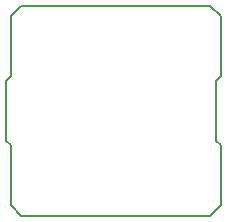
<source format=gm1>
G04 #@! TF.FileFunction,Profile,NP*
%FSLAX46Y46*%
G04 Gerber Fmt 4.6, Leading zero omitted, Abs format (unit mm)*
G04 Created by KiCad (PCBNEW 4.0.7) date 2018 April 02, Monday 02:54:30*
%MOMM*%
%LPD*%
G01*
G04 APERTURE LIST*
%ADD10C,0.100000*%
%ADD11C,0.150000*%
G04 APERTURE END LIST*
D10*
D11*
X177292000Y-123190000D02*
X161290000Y-123190000D01*
X178181000Y-122301000D02*
X177292000Y-123190000D01*
X178181000Y-122301000D02*
X178181000Y-121920000D01*
X177292000Y-105410000D02*
X161290000Y-105410000D01*
X178181000Y-118745000D02*
X178181000Y-117221000D01*
X178181000Y-106299000D02*
X177292000Y-105410000D01*
X178181000Y-111379000D02*
X178181000Y-106299000D01*
X177800000Y-111760000D02*
X178181000Y-111379000D01*
X177800000Y-116840000D02*
X177800000Y-111760000D01*
X178181000Y-117221000D02*
X177800000Y-116840000D01*
X178181000Y-121920000D02*
X178181000Y-118745000D01*
X160401000Y-106299000D02*
X161290000Y-105410000D01*
X160401000Y-111379000D02*
X160401000Y-106299000D01*
X160020000Y-111760000D02*
X160401000Y-111379000D01*
X160020000Y-116840000D02*
X160020000Y-111760000D01*
X160401000Y-117221000D02*
X160020000Y-116840000D01*
X160401000Y-122301000D02*
X160401000Y-117221000D01*
X161290000Y-123190000D02*
X160401000Y-122301000D01*
M02*

</source>
